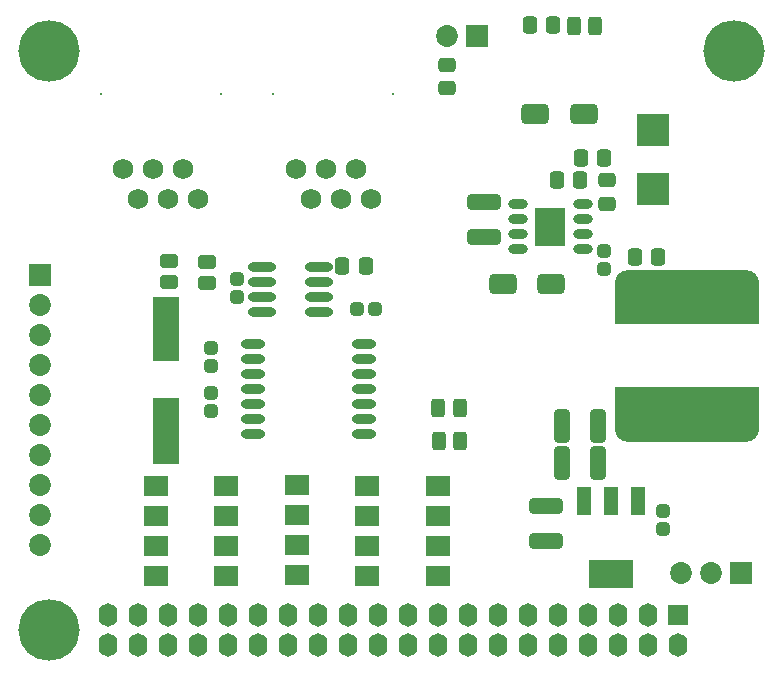
<source format=gts>
G04*
G04 #@! TF.GenerationSoftware,Altium Limited,Altium Designer,21.8.1 (53)*
G04*
G04 Layer_Color=8388736*
%FSLAX25Y25*%
%MOIN*%
G70*
G04*
G04 #@! TF.SameCoordinates,00E826D5-FD21-4A1A-8C14-BC2741F4279C*
G04*
G04*
G04 #@! TF.FilePolarity,Negative*
G04*
G01*
G75*
G04:AMPARAMS|DCode=37|XSize=114.3mil|YSize=53.28mil|CornerRadius=15.32mil|HoleSize=0mil|Usage=FLASHONLY|Rotation=90.000|XOffset=0mil|YOffset=0mil|HoleType=Round|Shape=RoundedRectangle|*
%AMROUNDEDRECTD37*
21,1,0.11430,0.02264,0,0,90.0*
21,1,0.08366,0.05328,0,0,90.0*
1,1,0.03064,0.01132,0.04183*
1,1,0.03064,0.01132,-0.04183*
1,1,0.03064,-0.01132,-0.04183*
1,1,0.03064,-0.01132,0.04183*
%
%ADD37ROUNDEDRECTD37*%
%ADD38O,0.08083X0.03162*%
%ADD39O,0.06509X0.03162*%
G04:AMPARAMS|DCode=40|XSize=58mil|YSize=45.4mil|CornerRadius=9.61mil|HoleSize=0mil|Usage=FLASHONLY|Rotation=90.000|XOffset=0mil|YOffset=0mil|HoleType=Round|Shape=RoundedRectangle|*
%AMROUNDEDRECTD40*
21,1,0.05800,0.02618,0,0,90.0*
21,1,0.03878,0.04540,0,0,90.0*
1,1,0.01922,0.01309,0.01939*
1,1,0.01922,0.01309,-0.01939*
1,1,0.01922,-0.01309,-0.01939*
1,1,0.01922,-0.01309,0.01939*
%
%ADD40ROUNDEDRECTD40*%
G04:AMPARAMS|DCode=41|XSize=58mil|YSize=45.4mil|CornerRadius=9.61mil|HoleSize=0mil|Usage=FLASHONLY|Rotation=0.000|XOffset=0mil|YOffset=0mil|HoleType=Round|Shape=RoundedRectangle|*
%AMROUNDEDRECTD41*
21,1,0.05800,0.02618,0,0,0.0*
21,1,0.03878,0.04540,0,0,0.0*
1,1,0.01922,0.01939,-0.01309*
1,1,0.01922,-0.01939,-0.01309*
1,1,0.01922,-0.01939,0.01309*
1,1,0.01922,0.01939,0.01309*
%
%ADD41ROUNDEDRECTD41*%
G04:AMPARAMS|DCode=42|XSize=43.43mil|YSize=43.43mil|CornerRadius=9.32mil|HoleSize=0mil|Usage=FLASHONLY|Rotation=180.000|XOffset=0mil|YOffset=0mil|HoleType=Round|Shape=RoundedRectangle|*
%AMROUNDEDRECTD42*
21,1,0.04343,0.02480,0,0,180.0*
21,1,0.02480,0.04343,0,0,180.0*
1,1,0.01863,-0.01240,0.01240*
1,1,0.01863,0.01240,0.01240*
1,1,0.01863,0.01240,-0.01240*
1,1,0.01863,-0.01240,-0.01240*
%
%ADD42ROUNDEDRECTD42*%
G04:AMPARAMS|DCode=43|XSize=94.61mil|YSize=69.02mil|CornerRadius=19.26mil|HoleSize=0mil|Usage=FLASHONLY|Rotation=0.000|XOffset=0mil|YOffset=0mil|HoleType=Round|Shape=RoundedRectangle|*
%AMROUNDEDRECTD43*
21,1,0.09461,0.03051,0,0,0.0*
21,1,0.05610,0.06902,0,0,0.0*
1,1,0.03851,0.02805,-0.01526*
1,1,0.03851,-0.02805,-0.01526*
1,1,0.03851,-0.02805,0.01526*
1,1,0.03851,0.02805,0.01526*
%
%ADD43ROUNDEDRECTD43*%
G04:AMPARAMS|DCode=44|XSize=114.3mil|YSize=53.28mil|CornerRadius=15.32mil|HoleSize=0mil|Usage=FLASHONLY|Rotation=0.000|XOffset=0mil|YOffset=0mil|HoleType=Round|Shape=RoundedRectangle|*
%AMROUNDEDRECTD44*
21,1,0.11430,0.02264,0,0,0.0*
21,1,0.08366,0.05328,0,0,0.0*
1,1,0.03064,0.04183,-0.01132*
1,1,0.03064,-0.04183,-0.01132*
1,1,0.03064,-0.04183,0.01132*
1,1,0.03064,0.04183,0.01132*
%
%ADD44ROUNDEDRECTD44*%
G04:AMPARAMS|DCode=45|XSize=43.43mil|YSize=43.43mil|CornerRadius=9.32mil|HoleSize=0mil|Usage=FLASHONLY|Rotation=90.000|XOffset=0mil|YOffset=0mil|HoleType=Round|Shape=RoundedRectangle|*
%AMROUNDEDRECTD45*
21,1,0.04343,0.02480,0,0,90.0*
21,1,0.02480,0.04343,0,0,90.0*
1,1,0.01863,0.01240,0.01240*
1,1,0.01863,0.01240,-0.01240*
1,1,0.01863,-0.01240,-0.01240*
1,1,0.01863,-0.01240,0.01240*
%
%ADD45ROUNDEDRECTD45*%
G04:AMPARAMS|DCode=46|XSize=63.12mil|YSize=47.37mil|CornerRadius=13.84mil|HoleSize=0mil|Usage=FLASHONLY|Rotation=270.000|XOffset=0mil|YOffset=0mil|HoleType=Round|Shape=RoundedRectangle|*
%AMROUNDEDRECTD46*
21,1,0.06312,0.01968,0,0,270.0*
21,1,0.03543,0.04737,0,0,270.0*
1,1,0.02769,-0.00984,-0.01772*
1,1,0.02769,-0.00984,0.01772*
1,1,0.02769,0.00984,0.01772*
1,1,0.02769,0.00984,-0.01772*
%
%ADD46ROUNDEDRECTD46*%
G04:AMPARAMS|DCode=47|XSize=63.12mil|YSize=47.37mil|CornerRadius=13.84mil|HoleSize=0mil|Usage=FLASHONLY|Rotation=180.000|XOffset=0mil|YOffset=0mil|HoleType=Round|Shape=RoundedRectangle|*
%AMROUNDEDRECTD47*
21,1,0.06312,0.01968,0,0,180.0*
21,1,0.03543,0.04737,0,0,180.0*
1,1,0.02769,-0.01772,0.00984*
1,1,0.02769,0.01772,0.00984*
1,1,0.02769,0.01772,-0.00984*
1,1,0.02769,-0.01772,-0.00984*
%
%ADD47ROUNDEDRECTD47*%
%ADD48O,0.09461X0.03162*%
%ADD49R,0.05131X0.09265*%
%ADD50R,0.05131X0.09265*%
%ADD51R,0.14580X0.09265*%
%ADD52R,0.08800X0.21800*%
%ADD53R,0.08800X0.22300*%
%ADD54R,0.48044X0.08300*%
G04:AMPARAMS|DCode=55|XSize=480.44mil|YSize=165.48mil|CornerRadius=43.37mil|HoleSize=0mil|Usage=FLASHONLY|Rotation=0.000|XOffset=0mil|YOffset=0mil|HoleType=Round|Shape=RoundedRectangle|*
%AMROUNDEDRECTD55*
21,1,0.48044,0.07874,0,0,0.0*
21,1,0.39370,0.16548,0,0,0.0*
1,1,0.08674,0.19685,-0.03937*
1,1,0.08674,-0.19685,-0.03937*
1,1,0.08674,-0.19685,0.03937*
1,1,0.08674,0.19685,0.03937*
%
%ADD55ROUNDEDRECTD55*%
%ADD56C,0.07300*%
%ADD57R,0.07300X0.07300*%
%ADD58R,0.10800X0.10800*%
%ADD59R,0.07887X0.06706*%
%ADD60R,0.10249X0.13005*%
%ADD61C,0.20485*%
%ADD62R,0.07300X0.07300*%
%ADD63O,0.06300X0.07800*%
%ADD64R,0.06706X0.06706*%
%ADD65C,0.00800*%
%ADD66C,0.06800*%
%ADD67C,0.05800*%
D37*
X285995Y170712D02*
D03*
X297806D02*
D03*
X285895Y183212D02*
D03*
X297706D02*
D03*
D38*
X183000Y210500D02*
D03*
Y205500D02*
D03*
Y200500D02*
D03*
Y195500D02*
D03*
Y190500D02*
D03*
Y185500D02*
D03*
Y180500D02*
D03*
X219966Y180447D02*
D03*
Y185447D02*
D03*
Y210447D02*
D03*
Y205447D02*
D03*
Y200447D02*
D03*
Y195447D02*
D03*
Y190447D02*
D03*
D39*
X271272Y257000D02*
D03*
Y252000D02*
D03*
Y247000D02*
D03*
Y242000D02*
D03*
X292728Y257000D02*
D03*
Y252000D02*
D03*
Y247000D02*
D03*
Y242000D02*
D03*
D40*
X299937Y272500D02*
D03*
X292063D02*
D03*
X291937Y265000D02*
D03*
X284063D02*
D03*
X317937Y239500D02*
D03*
X310063D02*
D03*
X212598Y236221D02*
D03*
X220472D02*
D03*
X275063Y316600D02*
D03*
X282937D02*
D03*
D41*
X301000Y257063D02*
D03*
Y264937D02*
D03*
X247600Y303437D02*
D03*
Y295563D02*
D03*
D42*
X300000Y235500D02*
D03*
Y241406D02*
D03*
X319600Y154753D02*
D03*
Y148847D02*
D03*
X168900Y194053D02*
D03*
Y188147D02*
D03*
X168800Y203147D02*
D03*
Y209053D02*
D03*
X177400Y226047D02*
D03*
Y231953D02*
D03*
D43*
X266129Y230500D02*
D03*
X282271D02*
D03*
X276929Y287000D02*
D03*
X293071D02*
D03*
D44*
X260012Y257805D02*
D03*
Y245994D02*
D03*
X280512Y156505D02*
D03*
Y144694D02*
D03*
D45*
X217595Y222000D02*
D03*
X223500D02*
D03*
D46*
X289757Y316500D02*
D03*
X296843D02*
D03*
X251874Y178000D02*
D03*
X244787D02*
D03*
X251774Y189000D02*
D03*
X244687D02*
D03*
D47*
X167600Y230756D02*
D03*
Y237843D02*
D03*
X155000Y230957D02*
D03*
Y238043D02*
D03*
D48*
X186016Y236037D02*
D03*
Y231037D02*
D03*
Y226037D02*
D03*
Y221037D02*
D03*
X204914Y236037D02*
D03*
Y231037D02*
D03*
Y226037D02*
D03*
Y221037D02*
D03*
D49*
X311255Y158005D02*
D03*
X293145D02*
D03*
D50*
X302200D02*
D03*
D51*
X302200Y133595D02*
D03*
D52*
X153800Y215500D02*
D03*
D53*
Y181500D02*
D03*
D54*
X327500Y220900D02*
D03*
Y192100D02*
D03*
D55*
Y186000D02*
D03*
Y226700D02*
D03*
D56*
X325400Y134000D02*
D03*
X335400D02*
D03*
X111900Y143400D02*
D03*
Y153400D02*
D03*
Y203400D02*
D03*
Y213400D02*
D03*
Y193400D02*
D03*
Y183400D02*
D03*
Y223400D02*
D03*
Y173400D02*
D03*
Y163400D02*
D03*
X247400Y313000D02*
D03*
D57*
X345400Y134000D02*
D03*
X257400Y313000D02*
D03*
D58*
X316200Y281843D02*
D03*
Y262043D02*
D03*
D59*
X244500Y163000D02*
D03*
Y153000D02*
D03*
Y143000D02*
D03*
Y133000D02*
D03*
X221000Y163000D02*
D03*
Y153000D02*
D03*
Y143000D02*
D03*
Y133000D02*
D03*
X150500Y163000D02*
D03*
Y153000D02*
D03*
Y143000D02*
D03*
Y133000D02*
D03*
X174000Y163000D02*
D03*
Y153000D02*
D03*
Y143000D02*
D03*
Y133000D02*
D03*
X197500Y163500D02*
D03*
Y153500D02*
D03*
Y143500D02*
D03*
Y133500D02*
D03*
D60*
X282000Y249500D02*
D03*
D61*
X115000Y115000D02*
D03*
X343347Y307913D02*
D03*
X115000D02*
D03*
D62*
X111900Y233400D02*
D03*
D63*
X324400Y110200D02*
D03*
X314400D02*
D03*
X304400D02*
D03*
X294400D02*
D03*
X284400D02*
D03*
X274400D02*
D03*
X264400D02*
D03*
X254400D02*
D03*
X244400D02*
D03*
X234400D02*
D03*
X224400D02*
D03*
X214400D02*
D03*
X204400D02*
D03*
X194400D02*
D03*
X184400D02*
D03*
X174400D02*
D03*
X144400D02*
D03*
X134400D02*
D03*
X164400D02*
D03*
X154400D02*
D03*
Y120200D02*
D03*
X164400D02*
D03*
X134400D02*
D03*
X144400D02*
D03*
X174400D02*
D03*
X184400D02*
D03*
X194400D02*
D03*
X204400D02*
D03*
X214400D02*
D03*
X224400D02*
D03*
X234400D02*
D03*
X244400D02*
D03*
X254400D02*
D03*
X264400D02*
D03*
X274400D02*
D03*
X284400D02*
D03*
X294400D02*
D03*
X304400D02*
D03*
X314400D02*
D03*
D64*
X324400D02*
D03*
D65*
X132083Y293693D02*
D03*
X172083D02*
D03*
X189683D02*
D03*
X229683D02*
D03*
D66*
X139603Y268693D02*
D03*
X144603Y258693D02*
D03*
X149603Y268693D02*
D03*
X154603Y258693D02*
D03*
X159603Y268693D02*
D03*
X164603Y258693D02*
D03*
X197203Y268693D02*
D03*
X202203Y258693D02*
D03*
X207203Y268693D02*
D03*
X212203Y258693D02*
D03*
X217203Y268693D02*
D03*
X222203Y258693D02*
D03*
D67*
X282000Y247000D02*
D03*
Y252000D02*
D03*
M02*

</source>
